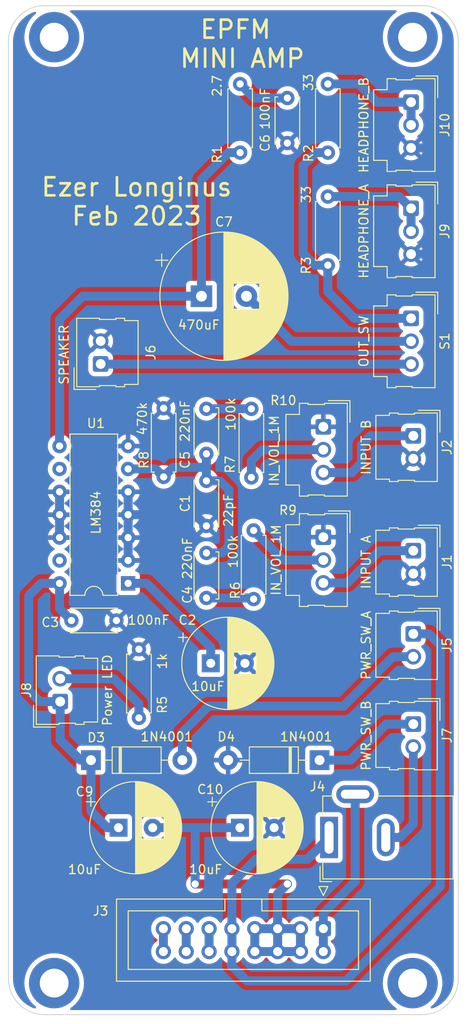
<source format=kicad_pcb>
(kicad_pcb (version 20211014) (generator pcbnew)
  (layers (0 "F.Cu" signal) (31 "B.Cu" signal) (34 "B.Paste" user) (35 "F.Paste" user) (36 "B.SilkS" user "B.Silkscreen") (37 "F.SilkS" user "F.Silkscreen") (38 "B.Mask" user) (39 "F.Mask" user) (44 "Edge.Cuts" user))
  (net 0 "")
  (net 1 "Earth")
  (net 2 "+24V")
  (net 3 "Net-(C2-Pad1)")
  (net 4 "Net-(R6-Pad2)")
  (net 5 "Net-(R7-Pad2)")
  (net 6 "Net-(C10-Pad1)")
  (net 7 "Net-(D3-Pad2)")
  (net 8 "Net-(C5-Pad1)")
  (net 9 "Net-(D4-Pad1)")
  (net 10 "Net-(C6-Pad2)")
  (net 11 "Net-(C7-Pad1)")
  (net 12 "Net-(C7-Pad2)")
  (net 13 "Net-(R9-Pad3)")
  (net 14 "Net-(J2-Pad1)")
  (net 15 "Net-(J3-Pad2)")
  (net 16 "Net-(J6-Pad1)")
  (net 17 "+12V")
  (net 18 "-12V")
  (net 19 "+5V")
  (net 20 "CV")
  (net 21 "GATE")
  (net 22 "Net-(J9-Pad1)")
  (net 23 "Net-(J10-Pad1)")
  (net 24 "Net-(R2-Pad2)")
  (net 25 "Net-(R9-Pad2)")
  (net 26 "Net-(J8-Pad2)")
  (net 27 "Net-(R10-Pad2)")
  (footprint "Resistor_THT:R_Axial_DIN0207_L6.3mm_D2.5mm_P7.62mm_Horizontal" (layer "F.Cu") (at 127.25 98.25 -90)
    (fp_text reference "R6" (at 6.652 2.028 90) (layer "F.SilkS"))
    (fp_text value "100k" (at 2.334 2.282 90) (layer "F.SilkS"))
    (pad "1" thru_hole circle (at 0 0 270) (size 1.6 1.6) (drill 0.8) (layers *.Cu *.Mask) (net 25 "Net-(R9-Pad2)"))
    (pad "2" thru_hole oval (at 7.62 0 270) (size 1.6 1.6) (drill 0.8) (layers *.Cu *.Mask) (net 4 "Net-(R6-Pad2)"))
  )
  (footprint "MountingHole:MountingHole_3.2mm_M3_DIN965_Pad" (layer "F.Cu") (at 144.92 43.5)
    (fp_text reference "H2")
    (fp_text value "MountingHole")
    (pad "1" thru_hole circle (at 0 0) (size 5.6 5.6) (drill 3.2) (layers *.Cu *.Mask))
  )
  (footprint "Connector_Molex:Molex_SL_171971-0003_1x03_P2.54mm_Vertical" (layer "F.Cu") (at 144.75 62.5 -90)
    (fp_text reference "J9" (at 2.54 -3.75 90) (layer "F.SilkS"))
    (fp_text value "HEADPHONE_A" (at 2.54 5.25 90) (layer "F.SilkS"))
    (pad "1" thru_hole roundrect (at 0 0 270) (size 1.74 1.74) (drill 1.09) (layers *.Cu *.Mask) (roundrect_rratio 0.1436781609) (net 22 "Net-(J9-Pad1)"))
    (pad "2" thru_hole circle (at 2.54 0 270) (size 1.74 1.74) (drill 1.09) (layers *.Cu *.Mask) (net 22 "Net-(J9-Pad1)"))
    (pad "3" thru_hole circle (at 5.08 0 270) (size 1.74 1.74) (drill 1.09) (layers *.Cu *.Mask) (net 1 "Earth"))
  )
  (footprint "Resistor_THT:R_Axial_DIN0207_L6.3mm_D2.5mm_P7.62mm_Horizontal" (layer "F.Cu") (at 135.5 48.69 -90)
    (fp_text reference "R2" (at 7.698 2.15 90) (layer "F.SilkS"))
    (fp_text value "33" (at -0.176 2.15 90) (layer "F.SilkS"))
    (pad "1" thru_hole circle (at 0 0 270) (size 1.6 1.6) (drill 0.8) (layers *.Cu *.Mask) (net 23 "Net-(J10-Pad1)"))
    (pad "2" thru_hole oval (at 7.62 0 270) (size 1.6 1.6) (drill 0.8) (layers *.Cu *.Mask) (net 24 "Net-(R2-Pad2)"))
  )
  (footprint "Connector_Molex:Molex_SL_171971-0003_1x03_P2.54mm_Vertical" (layer "F.Cu") (at 135 99 -90)
    (fp_text reference "R9" (at -2.988 3.936 180) (layer "F.SilkS"))
    (fp_text value "IN_VOL_1M" (at 2.54 5.25 90) (layer "F.SilkS"))
    (pad "1" thru_hole roundrect (at 0 0 270) (size 1.74 1.74) (drill 1.09) (layers *.Cu *.Mask) (roundrect_rratio 0.1436781609) (net 1 "Earth"))
    (pad "2" thru_hole circle (at 2.54 0 270) (size 1.74 1.74) (drill 1.09) (layers *.Cu *.Mask) (net 25 "Net-(R9-Pad2)"))
    (pad "3" thru_hole circle (at 5.08 0 270) (size 1.74 1.74) (drill 1.09) (layers *.Cu *.Mask) (net 13 "Net-(R9-Pad3)"))
  )
  (footprint "Capacitor_THT:C_Disc_D5.0mm_W2.5mm_P5.00mm" (layer "F.Cu") (at 112 108.25 180)
    (fp_text reference "C3" (at 7.352 -0.208) (layer "F.SilkS"))
    (fp_text value "100nF" (at -3.57 0.046) (layer "F.SilkS"))
    (pad "1" thru_hole circle (at 0 0 180) (size 1.6 1.6) (drill 0.8) (layers *.Cu *.Mask) (net 1 "Earth"))
    (pad "2" thru_hole circle (at 5 0 180) (size 1.6 1.6) (drill 0.8) (layers *.Cu *.Mask) (net 2 "+24V"))
  )
  (footprint "Connector_Molex:Molex_SL_171971-0003_1x03_P2.54mm_Vertical" (layer "F.Cu") (at 144.75 50.71 -90)
    (fp_text reference "J10" (at 2.54 -3.75 90) (layer "F.SilkS"))
    (fp_text value "HEADPHONE_B" (at 2.54 5.25 90) (layer "F.SilkS"))
    (pad "1" thru_hole roundrect (at 0 0 270) (size 1.74 1.74) (drill 1.09) (layers *.Cu *.Mask) (roundrect_rratio 0.1436781609) (net 23 "Net-(J10-Pad1)"))
    (pad "2" thru_hole circle (at 2.54 0 270) (size 1.74 1.74) (drill 1.09) (layers *.Cu *.Mask) (net 23 "Net-(J10-Pad1)"))
    (pad "3" thru_hole circle (at 5.08 0 270) (size 1.74 1.74) (drill 1.09) (layers *.Cu *.Mask) (net 1 "Earth"))
  )
  (footprint "Capacitor_THT:CP_Radial_D14.0mm_P5.00mm" (layer "F.Cu") (at 121.452272 72.25)
    (fp_text reference "C7" (at 2.5 -8.25) (layer "F.SilkS"))
    (fp_text value "470uF" (at -0.294272 3.188) (layer "F.SilkS"))
    (pad "1" thru_hole rect (at 0 0) (size 2.4 2.4) (drill 1.2) (layers *.Cu *.Mask) (net 11 "Net-(C7-Pad1)"))
    (pad "2" thru_hole circle (at 5 0) (size 2.4 2.4) (drill 1.2) (layers *.Cu *.Mask) (net 12 "Net-(C7-Pad2)"))
  )
  (footprint "Resistor_THT:R_Axial_DIN0207_L6.3mm_D2.5mm_P7.62mm_Horizontal" (layer "F.Cu") (at 127 92.37 90)
    (fp_text reference "R7" (at 1.438 -2.37 90) (layer "F.SilkS"))
    (fp_text value "100k" (at 7.026 -2.286 90) (layer "F.SilkS"))
    (pad "1" thru_hole circle (at 0 0 90) (size 1.6 1.6) (drill 0.8) (layers *.Cu *.Mask) (net 27 "Net-(R10-Pad2)"))
    (pad "2" thru_hole oval (at 7.62 0 90) (size 1.6 1.6) (drill 0.8) (layers *.Cu *.Mask) (net 5 "Net-(R7-Pad2)"))
  )
  (footprint "Capacitor_THT:CP_Radial_D10.0mm_P3.80mm" (layer "F.Cu") (at 125.732323 131.25)
    (fp_text reference "C10" (at -3.304323 -4.25 180) (layer "F.SilkS"))
    (fp_text value "10uF" (at -3.812323 4.64 180) (layer "F.SilkS"))
    (pad "1" thru_hole rect (at 0 0) (size 2 2) (drill 1) (layers *.Cu *.Mask) (net 6 "Net-(C10-Pad1)"))
    (pad "2" thru_hole circle (at 3.8 0) (size 2 2) (drill 1) (layers *.Cu *.Mask) (net 1 "Earth"))
  )
  (footprint "Connector_Molex:Molex_SL_171971-0002_1x02_P2.54mm_Vertical" (layer "F.Cu") (at 145 119.75 -90)
    (fp_text reference "J7" (at 1.27 -3.75 90) (layer "F.SilkS"))
    (fp_text value "PWR_SW_B" (at 1.27 5.25 90) (layer "F.SilkS"))
    (pad "1" thru_hole roundrect (at 0 0 270) (size 1.74 1.74) (drill 1.09) (layers *.Cu *.Mask) (roundrect_rratio 0.1436781609) (net 9 "Net-(D4-Pad1)"))
    (pad "2" thru_hole circle (at 2.54 0 270) (size 1.74 1.74) (drill 1.09) (layers *.Cu *.Mask) (net 18 "-12V"))
  )
  (footprint "Connector_Molex:Molex_SL_171971-0002_1x02_P2.54mm_Vertical" (layer "F.Cu") (at 145 87.75 -90)
    (fp_text reference "J2" (at 1.27 -3.75 90) (layer "F.SilkS"))
    (fp_text value "INPUT B" (at 1.27 5.25 90) (layer "F.SilkS"))
    (pad "1" thru_hole roundrect (at 0 0 270) (size 1.74 1.74) (drill 1.09) (layers *.Cu *.Mask) (roundrect_rratio 0.1436781609) (net 14 "Net-(J2-Pad1)"))
    (pad "2" thru_hole circle (at 2.54 0 270) (size 1.74 1.74) (drill 1.09) (layers *.Cu *.Mask) (net 1 "Earth"))
  )
  (footprint "Capacitor_THT:C_Disc_D5.0mm_W2.5mm_P5.00mm" (layer "F.Cu") (at 122 97.75 90)
    (fp_text reference "C1" (at 2.5 -2.366 90) (layer "F.SilkS"))
    (fp_text value "22pF" (at 1.738 2.46 90) (layer "F.SilkS"))
    (pad "1" thru_hole circle (at 0 0 90) (size 1.6 1.6) (drill 0.8) (layers *.Cu *.Mask) (net 1 "Earth"))
    (pad "2" thru_hole circle (at 5 0 90) (size 1.6 1.6) (drill 0.8) (layers *.Cu *.Mask) (net 8 "Net-(C5-Pad1)"))
  )
  (footprint "Capacitor_THT:C_Disc_D5.0mm_W2.5mm_P5.00mm" (layer "F.Cu") (at 122 89.75 90)
    (fp_text reference "C5" (at -0.674 -2.366 90) (layer "F.SilkS"))
    (fp_text value "220nF" (at 3.644 -2.366 90) (layer "F.SilkS"))
    (pad "1" thru_hole circle (at 0 0 90) (size 1.6 1.6) (drill 0.8) (layers *.Cu *.Mask) (net 8 "Net-(C5-Pad1)"))
    (pad "2" thru_hole circle (at 5 0 90) (size 1.6 1.6) (drill 0.8) (layers *.Cu *.Mask) (net 5 "Net-(R7-Pad2)"))
  )
  (footprint "Connector_Molex:Molex_SL_171971-0002_1x02_P2.54mm_Vertical" (layer "F.Cu") (at 145 109.73 -90)
    (fp_text reference "J5" (at 1.27 -3.75 90) (layer "F.SilkS"))
    (fp_text value "PWR_SW_A" (at 1.27 5.25 90) (layer "F.SilkS"))
    (pad "1" thru_hole roundrect (at 0 0 270) (size 1.74 1.74) (drill 1.09) (layers *.Cu *.Mask) (roundrect_rratio 0.1436781609) (net 17 "+12V"))
    (pad "2" thru_hole circle (at 2.54 0 270) (size 1.74 1.74) (drill 1.09) (layers *.Cu *.Mask) (net 7 "Net-(D3-Pad2)"))
  )
  (footprint "Resistor_THT:R_Axial_DIN0207_L6.3mm_D2.5mm_P7.62mm_Horizontal" (layer "F.Cu") (at 114.5 111.44 -90)
    (fp_text reference "R5" (at 6.162 -2.594 90) (layer "F.SilkS"))
    (fp_text value "1k" (at 1.336 -2.594 90) (layer "F.SilkS"))
    (pad "1" thru_hole circle (at 0 0 270) (size 1.6 1.6) (drill 0.8) (layers *.Cu *.Mask) (net 1 "Earth"))
    (pad "2" thru_hole oval (at 7.62 0 270) (size 1.6 1.6) (drill 0.8) (layers *.Cu *.Mask) (net 26 "Net-(J8-Pad2)"))
  )
  (footprint "Connector_Molex:Molex_SL_171971-0002_1x02_P2.54mm_Vertical" (layer "F.Cu") (at 110.25 79.77 90)
    (fp_text reference "J6" (at 1.27 5.574 90) (layer "F.SilkS"))
    (fp_text value "SPEAKER" (at 1.03 -4.078 90) (layer "F.SilkS"))
    (pad "1" thru_hole roundrect (at 0 0 90) (size 1.74 1.74) (drill 1.09) (layers *.Cu *.Mask) (roundrect_rratio 0.1436781609) (net 16 "Net-(J6-Pad1)"))
    (pad "2" thru_hole circle (at 2.54 0 90) (size 1.74 1.74) (drill 1.09) (layers *.Cu *.Mask) (net 1 "Earth"))
  )
  (footprint "Resistor_THT:R_Axial_DIN0207_L6.3mm_D2.5mm_P7.62mm_Horizontal" (layer "F.Cu") (at 125.75 48.69 -90)
    (fp_text reference "R1" (at 7.825 2.56 90) (layer "F.SilkS"))
    (fp_text value "2.7" (at 0.205 2.56 90) (layer "F.SilkS"))
    (pad "1" thru_hole circle (at 0 0 270) (size 1.6 1.6) (drill 0.8) (layers *.Cu *.Mask) (net 10 "Net-(C6-Pad2)"))
    (pad "2" thru_hole oval (at 7.62 0 270) (size 1.6 1.6) (drill 0.8) (layers *.Cu *.Mask) (net 11 "Net-(C7-Pad1)"))
  )
  (footprint "Capacitor_THT:CP_Radial_D10.0mm_P3.80mm" (layer "F.Cu") (at 112.232323 131.25)
    (fp_text reference "C9" (at -3.774323 -3.996 180) (layer "F.SilkS"))
    (fp_text value "10uF" (at -3.774323 4.64 180) (layer "F.SilkS"))
    (pad "1" thru_hole rect (at 0 0) (size 2 2) (drill 1) (layers *.Cu *.Mask) (net 2 "+24V"))
    (pad "2" thru_hole circle (at 3.8 0) (size 2 2) (drill 1) (layers *.Cu *.Mask) (net 6 "Net-(C10-Pad1)"))
  )
  (footprint "Diode_THT:D_DO-41_SOD81_P10.16mm_Horizontal" (layer "F.Cu") (at 134.58 123.75 180)
    (fp_text reference "D4" (at 10.374 2.592) (layer "F.SilkS"))
    (fp_text value "1N4001" (at 1.484 2.592) (layer "F.SilkS"))
    (pad "1" thru_hole rect (at 0 0 180) (size 2.2 2.2) (drill 1.1) (layers *.Cu *.Mask) (net 9 "Net-(D4-Pad1)"))
    (pad "2" thru_hole oval (at 10.16 0 180) (size 2.2 2.2) (drill 1.1) (layers *.Cu *.Mask) (net 1 "Earth"))
  )
  (footprint "Diode_THT:D_DO-41_SOD81_P10.16mm_Horizontal" (layer "F.Cu") (at 109.17 123.75)
    (fp_text reference "D3" (at 0.58 -2.5) (layer "F.SilkS"))
    (fp_text value "1N4001" (at 8.432 -2.592) (layer "F.SilkS"))
    (pad "1" thru_hole rect (at 0 0) (size 2.2 2.2) (drill 1.1) (layers *.Cu *.Mask) (net 2 "+24V"))
    (pad "2" thru_hole oval (at 10.16 0) (size 2.2 2.2) (drill 1.1) (layers *.Cu *.Mask) (net 7 "Net-(D3-Pad2)"))
  )
  (footprint "Connector_Molex:Molex_SL_171971-0002_1x02_P2.54mm_Vertical" (layer "F.Cu") (at 105.75 117.25 90)
    (fp_text reference "J8" (at 1.27 -3.75 90) (layer "F.SilkS"))
    (fp_text value "Power LED" (at 1.27 5.25 90) (layer "F.SilkS"))
    (pad "1" thru_hole roundrect (at 0 0 90) (size 1.74 1.74) (drill 1.09) (layers *.Cu *.Mask) (roundrect_rratio 0.1436781609) (net 2 "+24V"))
    (pad "2" thru_hole circle (at 2.54 0 90) (size 1.74 1.74) (drill 1.09) (layers *.Cu *.Mask) (net 26 "Net-(J8-Pad2)"))
  )
  (footprint "Connector_Molex:Molex_SL_171971-0003_1x03_P2.54mm_Vertical" (layer "F.Cu") (at 135 86.75 -90)
    (fp_text reference "R10" (at -2.93 4.444) (layer "F.SilkS"))
    (fp_text value "IN_VOL_1M" (at 2.658 5.46 90) (layer "F.SilkS"))
    (pad "1" thru_hole roundrect (at 0 0 270) (size 1.74 1.74) (drill 1.09) (layers *.Cu *.Mask) (roundrect_rratio 0.1436781609) (net 1 "Earth"))
    (pad "2" thru_hole circle (at 2.54 0 270) (size 1.74 1.74) (drill 1.09) (layers *.Cu *.Mask) (net 27 "Net-(R10-Pad2)"))
    (pad "3" thru_hole circle (at 5.08 0 270) (size 1.74 1.74) (drill 1.09) (layers *.Cu *.Mask) (net 14 "Net-(J2-Pad1)"))
  )
  (footprint "Connector_Molex:Molex_SL_171971-0003_1x03_P2.54mm_Vertical" (layer "F.Cu") (at 144.75 74.71 -90)
    (fp_text reference "S1" (at 2.54 -3.75 90) (layer "F.SilkS"))
    (fp_text value "OUT_SW" (at 2.54 5.25 90) (layer "F.SilkS"))
    (pad "1" thru_hole roundrect (at 0 0 270) (size 1.74 1.74) (drill 1.09) (layers *.Cu *.Mask) (roundrect_rratio 0.1436781609) (net 24 "Net-(R2-Pad2)"))
    (pad "2" thru_hole circle (at 2.54 0 270) (size 1.74 1.74) (drill 1.09) (layers *.Cu *.Mask) (net 12 "Net-(C7-Pad2)"))
    (pad "3" thru_hole circle (at 5.08 0 270) (size 1.74 1.74) (drill 1.09) (layers *.Cu *.Mask) (net 16 "Net-(J6-Pad1)"))
  )
  (footprint "Connector_BarrelJack:BarrelJack_GCT_DCJ200-10-A_Horizontal" (layer "F.Cu") (at 135.636 132.334 90)
    (fp_text reference "J4" (at 5.642 -1.284 180) (layer "F.SilkS"))
    (fp_text value "Barrel_Jack_Switch")
    (pad "1" thru_hole rect (at 0 0 90) (size 4.6 2) (drill oval 3.6 1) (layers *.Cu *.Mask) (net 17 "+12V"))
    (pad "2" thru_hole oval (at 0 6.3 90) (size 4.2 2) (drill oval 3.2 1) (layers *.Cu *.Mask) (net 18 "-12V"))
    (pad "3" thru_hole oval (at 4.8 2.9 90) (size 2 4.2) (drill oval 1 3.2) (layers *.Cu *.Mask) (net 15 "Net-(J3-Pad2)"))
  )
  (footprint "Package_DIP:DIP-14_W7.62mm" (layer "F.Cu") (at 113.3 104.125 180)
    (fp_text reference "U1")
    (fp_text value "LM384" (at 3.572 7.859 90) (layer "F.SilkS"))
    (fp_text user "${REFERENCE}" (at 3.572 17.765) (layer "F.SilkS"))
    (pad "1" thru_hole rect (at 0 0 180) (size 1.6 1.6) (drill 0.8) (layers *.Cu *.Mask) (net 3 "Net-(C2-Pad1)"))
    (pad "2" thru_hole oval (at 0 2.54 180) (size 1.6 1.6) (drill 0.8) (layers *.Cu *.Mask) (net 1 "Earth"))
    (pad "3" thru_hole oval (at 0 5.08 180) (size 1.6 1.6) (drill 0.8) (layers *.Cu *.Mask) (net 1 "Earth"))
    (pad "4" thru_hole oval (at 0 7.62 180) (size 1.6 1.6) (drill 0.8) (layers *.Cu *.Mask) (net 1 "Earth"))
    (pad "5" thru_hole oval (at 0 10.16 180) (size 1.6 1.6) (drill 0.8) (layers *.Cu *.Mask) (net 1 "Earth"))
    (pad "6" thru_hole oval (at 0 12.7 180) (size 1.6 1.6) (drill 0.8) (layers *.Cu *.Mask) (net 8 "Net-(C5-Pad1)"))
    (pad "7" thru_hole oval (at 0 15.24 180) (size 1.6 1.6) (drill 0.8) (layers *.Cu *.Mask) (net 1 "Earth"))
    (pad "8" thru_hole oval (at 7.62 15.24 180) (size 1.6 1.6) (drill 0.8) (layers *.Cu *.Mask) (net 11 "Net-(C7-Pad1)"))
    (pad "9" thru_hole oval (at 7.62 12.7 180) (size 1.6 1.6) (drill 0.8) (layers *.Cu *.Mask))
    (pad "10" thru_hole oval (at 7.62 10.16 180) (size 1.6 1.6) (drill 0.8) (layers *.Cu *.Mask) (net 1 "Earth"))
    (pad "11" thru_hole oval (at 7.62 7.62 180) (size 1.6 1.6) (drill 0.8) (layers *.Cu *.Mask) (net 1 "Earth"))
    (pad "12" thru_hole oval (at 7.62 5.08 180) (size 1.6 1.6) (drill 0.8) (layers *.Cu *.Mask) (net 1 "Earth"))
    (pad "13" thru_hole oval (at 7.62 2.54 180) (size 1.6 1.6) (drill 0.8) (layers *.Cu *.Mask))
    (pad "14" thru_hole oval (at 7.62 0 180) (size 1.6 1.6) (drill 0.8) (layers *.Cu *.Mask) (net 2 "+24V"))
  )
  (footprint "Connector_Molex:Molex_SL_171971-0002_1x02_P2.54mm_Vertical" (layer "F.Cu") (at 145 100.5 -90)
    (fp_text reference "J1" (at 1.27 -3.75 90) (layer "F.SilkS"))
    (fp_text value "INPUT A" (at 1.27 5.25 90) (layer "F.SilkS"))
    (pad "1" thru_hole roundrect (at 0 0 270) (size 1.74 1.74) (drill 1.09) (layers *.Cu *.Mask) (roundrect_rratio 0.1436781609) (net 13 "Net-(R9-Pad3)"))
    (pad "2" thru_hole circle (at 2.54 0 270) (size 1.74 1.74) (drill 1.09) (layers *.Cu *.Mask) (net 1 "Earth"))
  )
  (footprint "Capacitor_THT:C_Disc_D5.0mm_W2.5mm_P5.00mm" (layer "F.Cu") (at 131 55.25 90)
    (fp_text reference "C6" (at 0.005 -2.476 90) (layer "F.SilkS"))
    (fp_text value "100nF" (at 3.815 -2.476 90) (layer "F.SilkS"))
    (pad "1" thru_hole circle (at 0 0 90) (size 1.6 1.6) (drill 0.8) (layers *.Cu *.Mask) (net 1 "Earth"))
    (pad "2" thru_hole circle (at 5 0 90) (size 1.6 1.6) (drill 0.8) (layers *.Cu *.Mask) (net 10 "Net-(C6-Pad2)"))
  )
  (footprint "Connector_IDC:IDC-Header_2x08_P2.54mm_Vertical" (layer "F.Cu") (at 135 142.46 -90)
    (fp_text reference "J3" (at -1.96 24.75) (layer "F.SilkS"))
    (fp_text value "Conn_02x08_Odd_Even")
    (pad "1" thru_hole roundrect (at 0 0 270) (size 1.7 1.7) (drill 1) (layers *.Cu *.Mask) (roundrect_rratio 0.1470588235) (net 15 "Net-(J3-Pad2)"))
    (pad "2" thru_hole circle (at 2.54 0 270) (size 1.7 1.7) (drill 1) (layers *.Cu *.Mask) (net 15 "Net-(J3-Pad2)"))
    (pad "3" thru_hole circle (at 0 2.54 270) (size 1.7 1.7) (drill 1) (layers *.Cu *.Mask) (net 6 "Net-(C10-Pad1)"))
    (pad "4" thru_hole circle (at 2.54 2.54 270) (size 1.7 1.7) (drill 1) (layers *.Cu *.Mask) (net 6 "Net-(C10-Pad1)"))
    (pad "5" thru_hole circle (at 0 5.08 270) (size 1.7 1.7) (drill 1) (layers *.Cu *.Mask) (net 6 "Net-(C10-Pad1)"))
    (pad "6" thru_hole circle (at 2.54 5.08 270) (size 1.7 1.7) (drill 1) (layers *.Cu *.Mask) (net 6 "Net-(C10-Pad1)"))
    (pad "7" thru_hole circle (at 0 7.62 270) (size 1.7 1.7) (drill 1) (layers *.Cu *.Mask) (net 6 "Net-(C10-Pad1)"))
    (pad "8" thru_hole circle (at 2.54 7.62 270) (size 1.7 1.7) (drill 1) (layers *.Cu *.Mask) (net 6 "Net-(C10-Pad1)"))
    (pad "9" thru_hole circle (at 0 10.16 270) (size 1.7 1.7) (drill 1) (layers *.Cu *.Mask) (net 17 "+12V"))
    (pad "10" thru_hole circle (at 2.54 10.16 270) (size 1.7 1.7) (drill 1) (layers *.Cu *.Mask) (net 17 "+12V"))
    (pad "11" thru_hole circle (at 0 12.7 270) (size 1.7 1.7) (drill 1) (layers *.Cu *.Mask) (net 19 "+5V"))
    (pad "12" thru_hole circle (at 2.54 12.7 270) (size 1.7 1.7) (drill 1) (layers *.Cu *.Mask) (net 19 "+5V"))
    (pad "13" thru_hole circle (at 0 15.24 270) (size 1.7 1.7) (drill 1) (layers *.Cu *.Mask) (net 20 "CV"))
    (pad "14" thru_hole circle (at 2.54 15.24 270) (size 1.7 1.7) (drill 1) (layers *.Cu *.Mask) (net 20 "CV"))
    (pad "15" thru_hole circle (at 0 17.78 270) (size 1.7 1.7) (drill 1) (layers *.Cu *.Mask) (net 21 "GATE"))
    (pad "16" thru_hole circle (at 2.54 17.78 270) (size 1.7 1.7) (drill 1) (layers *.Cu *.Mask) (net 21 "GATE"))
  )
  (footprint "MountingHole:MountingHole_3.2mm_M3_DIN965_Pad" (layer "F.Cu") (at 144.92 148.5)
    (fp_text reference "H4")
    (fp_text value "MountingHole")
    (pad "1" thru_hole circle (at 0 0) (size 5.6 5.6) (drill 3.2) (layers *.Cu *.Mask))
  )
  (footprint "MountingHole:MountingHole_3.2mm_M3_DIN965_Pad" (layer "F.Cu") (at 105.08 43.5)
    (fp_text reference "H1")
    (fp_text value "MountingHole")
    (pad "1" thru_hole circle (at 0 0) (size 5.6 5.6) (drill 3.2) (layers *.Cu *.Mask))
  )
  (footprint "Resistor_THT:R_Axial_DIN0207_L6.3mm_D2.5mm_P7.62mm_Horizontal" (layer "F.Cu") (at 117.25 84.69 -90)
    (fp_text reference "R8" (at 5.734 2.188 90) (layer "F.SilkS"))
    (fp_text value "470k" (at 1.162 2.37 90) (layer "F.SilkS"))
    (pad "1" thru_hole circle (at 0 0 270) (size 1.6 1.6) (drill 0.8) (layers *.Cu *.Mask) (net 1 "Earth"))
    (pad "2" thru_hole oval (at 7.62 0 270) (size 1.6 1.6) (drill 0.8) (layers *.Cu *.Mask) (net 8 "Net-(C5-Pad1)"))
  )
  (footprint "Capacitor_THT:CP_Radial_D10.0mm_P3.80mm" (layer "F.Cu") (at 122.482323 113)
    (fp_text reference "C2" (at -2.594323 -4.796) (layer "F.SilkS"))
    (fp_text value "10uF" (at -0.308323 2.57) (layer "F.SilkS"))
    (pad "1" thru_hole rect (at 0 0) (size 2 2) (drill 1) (layers *.Cu *.Mask) (net 3 "Net-(C2-Pad1)"))
    (pad "2" thru_hole circle (at 3.8 0) (size 2 2) (drill 1) (layers *.Cu *.Mask) (net 1 "Earth"))
  )
  (footprint "Resistor_THT:R_Axial_DIN0207_L6.3mm_D2.5mm_P7.62mm_Horizontal" (layer "F.Cu") (at 135.5 61.19 -90)
    (fp_text reference "R3" (at 7.644 2.404 90) (layer "F.SilkS"))
    (fp_text value "33" (at -0.23 2.404 90) (layer "F.SilkS"))
    (pad "1" thru_hole circle (at 0 0 270) (size 1.6 1.6) (drill 0.8) (layers *.Cu *.Mask) (net 22 "Net-(J9-Pad1)"))
    (pad "2" thru_hole oval (at 7.62 0 270) (size 1.6 1.6) (drill 0.8) (layers *.Cu *.Mask) (net 24 "Net-(R2-Pad2)"))
  )
  (footprint "Capacitor_THT:C_Disc_D5.0mm_W2.5mm_P5.00mm" (layer "F.Cu") (at 122 100.75 -90)
    (fp_text reference "C4" (at 4.66 2.112 90) (layer "F.SilkS"))
    (fp_text value "220nF" (at 0.596 2.112 90) (layer "F.SilkS"))
    (pad "1" thru_hole circle (at 0 0 270) (size 1.6 1.6) (drill 0.8) (layers *.Cu *.Mask) (net 8 "Net-(C5-Pad1)"))
    (pad "2" thru_hole circle (at 5 0 270) (size 1.6 1.6) (drill 0.8) (layers *.Cu *.Mask) (net 4 "Net-(R6-Pad2)"))
  )
  (footprint "MountingHole:MountingHole_3.2mm_M3_DIN965_Pad" (layer "F.Cu") (at 105.08 148.5)
    (fp_text reference "H3")
    (fp_text value "MountingHole")
    (pad "1" thru_hole circle (at 0 0) (size 5.6 5.6) (drill 3.2) (layers *.Cu *.Mask))
  )
  (gr_arc (start 150 148) (mid 148.828427 150.828427) (end 146 152) (layer "Edge.Cuts") (width 0.1))
  (gr_arc (start 100 44) (mid 101.171573 41.171573) (end 104 40) (layer "Edge.Cuts") (width 0.1))
  (gr_line (start 146 40) (end 104 40) (layer "Edge.Cuts") (width 0.1))
  (gr_line (start 104 152) (end 146 152) (layer "Edge.Cuts") (width 0.1))
  (gr_line (start 100 148) (end 100 44) (layer "Edge.Cuts") (width 0.1))
  (gr_arc (start 104 152) (mid 101.171573 150.828427) (end 100 148) (layer "Edge.Cuts") (width 0.1))
  (gr_arc (start 146 40) (mid 148.828427 41.171573) (end 150 44) (layer "Edge.Cuts") (width 0.1))
  (gr_line (start 150 44) (end 150 148) (layer "Edge.Cuts") (width 0.1))
  (gr_text "EPFM \nMINI AMP" (at 126 44.25) (layer "F.SilkS") (effects (font (size 2 2) (thickness 0.3))))
  (gr_text "Ezer Longinus\nFeb 2023" (at 114.25 61.75) (layer "F.SilkS") (effects (font (size 2 2) (thickness 0.3))))
  (segment (start 105.68 99.045) (end 105.68 96.505) (width 1) (layer "B.Cu") (net 1))
  (segment (start 144.75 55.79) (end 146.79 55.79) (width 1) (layer "B.Cu") (net 1))
  (segment (start 105.68 93.965) (end 105.68 96.505) (width 1) (layer "B.Cu") (net 1))
  (segment (start 113.3 96.505) (end 113.3 99.045) (width 1) (layer "B.Cu") (net 1))
  (segment (start 120.755 96.505) (end 122 97.75) (width 1) (layer "B.Cu") (net 1))
  (segment (start 113.3 93.965) (end 113.3 96.505) (width 1) (layer "B.Cu") (net 1))
  (segment (start 147.17 67.58) (end 144.75 67.58) (width 1) (layer "B.Cu") (net 1))
  (segment (start 147.75 67) (end 147.17 67.58) (width 1) (layer "B.Cu") (net 1))
  (segment (start 113.3 99.045) (end 113.3 101.585) (width 1) (layer "B.Cu") (net 1))
  (segment (start 146.79 55.79) (end 147.75 56.75) (width 1) (layer "B.Cu") (net 1))
  (segment (start 113.3 96.505) (end 120.755 96.505) (width 1) (layer "B.Cu") (net 1))
  (segment (start 147.75 56.75) (end 147.75 67) (width 1) (layer "B.Cu") (net 1))
  (segment (start 103.5 117.25) (end 105.75 117.25) (width 1) (layer "B.Cu") (net 2))
  (segment (start 105.68 104.125) (end 103.625 104.125) (width 1) (layer "B.Cu") (net 2))
  (segment (start 105.75 121.5) (end 108 123.75) (width 1) (layer "B.Cu") (net 2))
  (segment (start 105.68 104.125) (end 105.68 106.93) (width 1) (layer "B.Cu") (net 2))
  (segment (start 109.17 123.75) (end 109.17 129.42) (width 1) (layer "B.Cu") (net 2))
  (segment (start 111 131.25) (end 112.232323 131.25) (width 1) (layer "B.Cu") (net 2))
  (segment (start 105.75 117.25) (end 105.75 121.5) (width 1) (layer "B.Cu") (net 2))
  (segment (start 102.25 105.5) (end 102.25 116) (width 1) (layer "B.Cu") (net 2))
  (segment (start 105.68 106.93) (end 107 108.25) (width 1) (layer "B.Cu") (net 2))
  (segment (start 103.625 104.125) (end 102.25 105.5) (width 1) (layer "B.Cu") (net 2))
  (segment (start 108 123.75) (end 109.17 123.75) (width 1) (layer "B.Cu") (net 2))
  (segment (start 102.25 116) (end 103.5 117.25) (width 1) (layer "B.Cu") (net 2))
  (segment (start 109.17 129.42) (end 111 131.25) (width 1) (layer "B.Cu") (net 2))
  (segment (start 122.482323 111.232323) (end 122.482323 113) (width 1) (layer "B.Cu") (net 3))
  (segment (start 115.375 104.125) (end 122.482323 111.232323) (width 1) (layer "B.Cu") (net 3))
  (segment (start 113.3 104.125) (end 115.375 104.125) (width 1) (layer "B.Cu") (net 3))
  (segment (start 122 105.75) (end 127.13 105.75) (width 1) (layer "B.Cu") (net 4))
  (segment (start 127.13 105.75) (end 127.25 105.87) (width 1) (layer "B.Cu") (net 4))
  (segment (start 122 84.75) (end 127 84.75) (width 1) (layer "B.Cu") (net 5))
  (segment (start 131 137.5) (end 120.75 137.5) (width 1) (layer "F.Cu") (net 6))
  (via (at 131 137.5) (size 1) (drill 0.8) (layers "F.Cu" "B.Cu") (net 6))
  (via (at 120.75 137.5) (size 1) (drill 0.8) (layers "F.Cu" "B.Cu") (net 6))
  (segment (start 127.38 145) (end 127.38 142.46) (width 1) (layer "B.Cu") (net 6))
  (segment (start 120.75 137.5) (end 120.75 131.25) (width 1) (layer "B.Cu") (net 6))
  (segment (start 125.732323 131.25) (end 120.75 131.25) (width 1) (layer "B.Cu") (net 6))
  (segment (start 129.92 142.46) (end 129.92 138.58) (width 1) (layer "B.Cu") (net 6))
  (segment (start 129.92 138.58) (end 131 137.5) (width 1) (layer "B.Cu") (net 6))
  (segment (start 132.46 145) (end 132.46 142.46) (width 1) (layer "B.Cu") (net 6))
  (segment (start 127.38 145) (end 129.92 145) (width 1) (layer "B.Cu") (net 6))
  (segment (start 120.75 131.25) (end 116.032323 131.25) (width 1) (layer "B.Cu") (net 6))
  (segment (start 129.92 142.46) (end 132.46 142.46) (width 1) (layer "B.Cu") (net 6))
  (segment (start 129.92 145) (end 132.46 145) (width 1) (layer "B.Cu") (net 6))
  (segment (start 129.92 145) (end 129.92 142.46) (width 1) (layer "B.Cu") (net 6))
  (segment (start 127.38 142.46) (end 129.92 142.46) (width 1) (layer "B.Cu") (net 6))
  (segment (start 119.33 120.67) (end 122.25 117.75) (width 1) (layer "B.Cu") (net 7))
  (segment (start 122.25 117.75) (end 137.25 117.75) (width 1) (layer "B.Cu") (net 7))
  (segment (start 142.73 112.27) (end 145 112.27) (width 1) (layer "B.Cu") (net 7))
  (segment (start 137.25 117.75) (end 142.73 112.27) (width 1) (layer "B.Cu") (net 7))
  (segment (start 119.33 123.75) (end 119.33 120.67) (width 1) (layer "B.Cu") (net 7))
  (segment (start 122 91.25) (end 118.31 91.25) (width 1) (layer "B.Cu") (net 8))
  (segment (start 124.5 93.75) (end 124.5 100) (width 1) (layer "B.Cu") (net 8))
  (segment (start 122 91.25) (end 122 92.75) (width 1) (layer "B.Cu") (net 8))
  (segment (start 118.31 91.25) (end 117.25 92.31) (width 1) (layer "B.Cu") (net 8))
  (segment (start 122 92.75) (end 123.5 92.75) (width 1) (layer "B.Cu") (net 8))
  (segment (start 113.3 91.425) (end 116.365 91.425) (width 1) (layer "B.Cu") (net 8))
  (segment (start 116.365 91.425) (end 117.25 92.31) (width 1) (layer "B.Cu") (net 8))
  (segment (start 123.75 100.75) (end 122 100.75) (width 1) (layer "B.Cu") (net 8))
  (segment (start 122 89.75) (end 122 91.25) (width 1) (layer "B.Cu") (net 8))
  (segment (start 124.5 100) (end 123.75 100.75) (width 1) (layer "B.Cu") (net 8))
  (segment (start 123.5 92.75) (end 124.5 93.75) (width 1) (layer "B.Cu") (net 8))
  (segment (start 145 119.75) (end 142 119.75) (width 1) (layer "B.Cu") (net 9))
  (segment (start 142 119.75) (end 138 123.75) (width 1) (layer "B.Cu") (net 9))
  (segment (start 138 123.75) (end 134.58 123.75) (width 1) (layer "B.Cu") (net 9))
  (segment (start 127.31 50.25) (end 125.75 48.69) (width 1) (layer "B.Cu") (net 10))
  (segment (start 131 50.25) (end 127.31 50.25) (width 1) (layer "B.Cu") (net 10))
  (segment (start 121.452272 72.25) (end 108.25 72.25) (width 1) (layer "B.Cu") (net 11))
  (segment (start 105.68 74.82) (end 105.68 88.885) (width 1) (layer "B.Cu") (net 11))
  (segment (start 108.25 72.25) (end 105.68 74.82) (width 1) (layer "B.Cu") (net 11))
  (segment (start 121.452272 59.297728) (end 121.452272 72.25) (width 1) (layer "B.Cu") (net 11))
  (segment (start 124.44 56.31) (end 121.452272 59.297728) (width 1) (layer "B.Cu") (net 11))
  (segment (start 125.75 56.31) (end 124.44 56.31) (width 1) (layer "B.Cu") (net 11))
  (segment (start 131.452272 77.25) (end 126.452272 72.25) (width 1) (layer "B.Cu") (net 12))
  (segment (start 144.75 77.25) (end 131.452272 77.25) (width 1) (layer "B.Cu") (net 12))
  (segment (start 137.67 104.08) (end 141.25 100.5) (width 1) (layer "B.Cu") (net 13))
  (segment (start 135 104.08) (end 137.67 104.08) (width 1) (layer "B.Cu") (net 13))
  (segment (start 141.25 100.5) (end 145 100.5) (width 1) (layer "B.Cu") (net 13))
  (segment (start 139.25 88.75) (end 139.25 90.75) (width 1) (layer "B.Cu") (net 14))
  (segment (start 145 87.75) (end 140.25 87.75) (width 1) (layer "B.Cu") (net 14))
  (segment (start 138.17 91.83) (end 135 91.83) (width 1) (layer "B.Cu") (net 14))
  (segment (start 139.25 90.75) (end 138.17 91.83) (width 1) (layer "B.Cu") (net 14))
  (segment (start 140.25 87.75) (end 139.25 88.75) (width 1) (layer "B.Cu") (net 14))
  (segment (start 135 142.46) (end 135 140.75) (width 1) (layer "B.Cu") (net 15))
  (segment (start 135 145) (end 135 142.46) (width 1) (layer "B.Cu") (net 15))
  (segment (start 135 140.75) (end 138.55 137.2) (width 1) (layer "B.Cu") (net 15))
  (segment (start 138.536 137.186) (end 138.536 127.534) (width 1) (layer "B.Cu") (net 15))
  (segment (start 138.55 137.2) (end 138.536 137.186) (width 1) (layer "B.Cu") (net 15))
  (segment (start 110.27 79.79) (end 144.75 79.79) (width 1) (layer "B.Cu") (net 16))
  (segment (start 110.25 79.77) (end 110.27 79.79) (width 1) (layer "B.Cu") (net 16))
  (segment (start 124.84 137.41) (end 124.84 142.46) (width 1) (layer "B.Cu") (net 17))
  (segment (start 126.5 148.25) (end 124.75 146.5) (width 1) (layer "B.Cu") (net 17))
  (segment (start 145 109.73) (end 146.73 109.73) (width 1) (layer "B.Cu") (net 17))
  (segment (start 146.73 109.73) (end 148 111) (width 1) (layer "B.Cu") (net 17))
  (segment (start 135.636 132.334) (end 133.22 134.75) (width 1) (layer "B.Cu") (net 17))
  (segment (start 148 137.75) (end 137.5 148.25) (width 1) (layer "B.Cu") (net 17))
  (segment (start 148 111) (end 148 137.75) (width 1) (layer "B.Cu") (net 17))
  (segment (start 124.84 146.41) (end 124.84 145) (width 1) (layer "B.Cu") (net 17))
  (segment (start 137.5 148.25) (end 126.5 148.25) (width 1) (layer "B.Cu") (net 17))
  (segment (start 127.5 134.75) (end 124.84 137.41) (width 1) (layer "B.Cu") (net 17))
  (segment (start 124.75 146.5) (end 124.84 146.41) (width 1) (layer "B.Cu") (net 17))
  (segment (start 133.22 134.75) (end 127.5 134.75) (width 1) (layer "B.Cu") (net 17))
  (segment (start 124.84 145) (end 124.84 142.46) (width 1) (layer "B.Cu") (net 17))
  (segment (start 143.51 132.334) (end 141.936 132.334) (width 1) (layer "B.Cu") (net 18))
  (segment (start 145 130.844) (end 143.51 132.334) (width 1) (layer "B.Cu") (net 18))
  (segment (start 145 122.29) (end 145 130.844) (width 1) (layer "B.Cu") (net 18))
  (segment (start 122.3 145) (end 122.3 142.46) (width 1) (layer "B.Cu") (net 19))
  (segment (start 119.76 145) (end 119.76 142.46) (width 1) (layer "B.Cu") (net 20))
  (segment (start 117.22 145) (end 117.22 142.46) (width 1) (layer "B.Cu") (net 21))
  (segment (start 144.75 65.04) (end 144.75 62.5) (width 1) (layer "B.Cu") (net 22))
  (segment (start 135.5 61.19) (end 143.44 61.19) (width 1) (layer "B.Cu") (net 22))
  (segment (start 143.44 61.19) (end 144.75 62.5) (width 1) (layer "B.Cu") (net 22))
  (segment (start 135.5 48.69) (end 138.94 48.69) (width 1) (layer "B.Cu") (net 23))
  (segment (start 144.75 53.25) (end 144.75 50.71) (width 1) (layer "B.Cu") (net 23))
  (segment (start 140.96 50.71) (end 144.75 50.71) (width 1) (layer "B.Cu") (net 23))
  (segment (start 138.94 48.69) (end 140.96 50.71) (width 1) (layer "B.Cu") (net 23))
  (segment (start 134.19 56.31) (end 132.75 57.75) (width 1) (layer "B.Cu") (net 24))
  (segment (start 135.5 68.81) (end 135.5 71.75) (width 1) (layer "B.Cu") (net 24))
  (segment (start 135.5 71.75) (end 138.46 74.71) (width 1) (layer "B.Cu") (net 24))
  (segment (start 135.5 56.31) (end 134.19 56.31) (width 1) (layer "B.Cu") (net 24))
  (segment (start 138.46 74.71) (end 144.75 74.71) (width 1) (layer "B.Cu") (net 24))
  (segment (start 132.75 57.75) (end 132.75 67.5) (width 1) (layer "B.Cu") (net 24))
  (segment (start 132.75 67.5) (end 134.06 68.81) (width 1) (layer "B.Cu") (net 24))
  (segment (start 134.06 68.81) (end 135.5 68.81) (width 1) (layer "B.Cu") (net 24))
  (segment (start 127.25 98.25) (end 130.54 101.54) (width 1) (layer "B.Cu") (net 25))
  (segment (start 130.54 101.54) (end 135 101.54) (width 1) (layer "B.Cu") (net 25))
  (segment (start 105.75 114.71) (end 111.71 114.71) (width 1) (layer "B.Cu") (net 26))
  (segment (start 111.71 114.71) (end 114.5 117.5) (width 1) (layer "B.Cu") (net 26))
  (segment (start 114.5 117.5) (end 114.5 119.06) (width 1) (layer "B.Cu") (net 26))
  (segment (start 127 92.37) (end 127 90.5) (width 1) (layer "B.Cu") (net 27))
  (segment (start 128.21 89.29) (end 135 89.29) (width 1) (layer "B.Cu") (net 27))
  (segment (start 127 90.5) (end 128.21 89.29) (width 1) (layer "B.Cu") (net 27))
  (zone (net 1) (net_name "Earth") (layer "F.Cu") (connect_pads (clearance 0.508)) (min_thickness 0.254) (fill yes (thermal_gap 0.508) (thermal_bridge_width 0.508))
    (polygon (pts (xy 150.495 153.035) (xy 99.06 153.035) (xy 99.06 39.37) (xy 150.495 39.37)))
  )
  (zone (net 1) (net_name "Earth") (layer "B.Cu") (connect_pads (clearance 0.508)) (min_thickness 0.254) (fill yes (thermal_gap 0.508) (thermal_bridge_width 0.508))
    (polygon (pts (xy 150 152) (xy 100 152) (xy 100 40) (xy 150 40)))
  )
)
</source>
